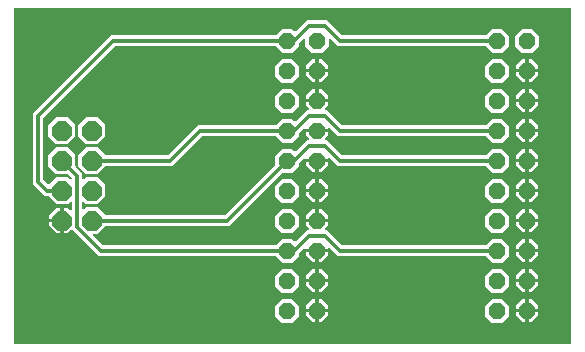
<source format=gbr>
G04 EAGLE Gerber RS-274X export*
G75*
%MOMM*%
%FSLAX34Y34*%
%LPD*%
%INTop Copper*%
%IPPOS*%
%AMOC8*
5,1,8,0,0,1.08239X$1,22.5*%
G01*
%ADD10P,1.814519X8X112.500000*%
%ADD11P,1.539592X8X292.500000*%
%ADD12C,0.304800*%

G36*
X531898Y251464D02*
X531898Y251464D01*
X531917Y251462D01*
X532019Y251484D01*
X532121Y251500D01*
X532138Y251510D01*
X532158Y251514D01*
X532247Y251567D01*
X532338Y251616D01*
X532352Y251630D01*
X532369Y251640D01*
X532436Y251719D01*
X532508Y251794D01*
X532516Y251812D01*
X532529Y251827D01*
X532568Y251923D01*
X532611Y252017D01*
X532613Y252037D01*
X532621Y252055D01*
X532639Y252222D01*
X532639Y535078D01*
X532636Y535098D01*
X532638Y535117D01*
X532616Y535219D01*
X532600Y535321D01*
X532590Y535338D01*
X532586Y535358D01*
X532533Y535447D01*
X532484Y535538D01*
X532470Y535552D01*
X532460Y535569D01*
X532381Y535636D01*
X532306Y535708D01*
X532288Y535716D01*
X532273Y535729D01*
X532177Y535768D01*
X532083Y535811D01*
X532063Y535813D01*
X532045Y535821D01*
X531878Y535839D01*
X61722Y535839D01*
X61702Y535836D01*
X61683Y535838D01*
X61581Y535816D01*
X61479Y535800D01*
X61462Y535790D01*
X61442Y535786D01*
X61353Y535733D01*
X61262Y535684D01*
X61248Y535670D01*
X61231Y535660D01*
X61164Y535581D01*
X61092Y535506D01*
X61084Y535488D01*
X61071Y535473D01*
X61032Y535377D01*
X60989Y535283D01*
X60987Y535263D01*
X60979Y535245D01*
X60961Y535078D01*
X60961Y252222D01*
X60964Y252202D01*
X60962Y252183D01*
X60984Y252081D01*
X61000Y251979D01*
X61010Y251962D01*
X61014Y251942D01*
X61067Y251853D01*
X61116Y251762D01*
X61130Y251748D01*
X61140Y251731D01*
X61219Y251664D01*
X61294Y251592D01*
X61312Y251584D01*
X61327Y251571D01*
X61423Y251532D01*
X61517Y251489D01*
X61537Y251487D01*
X61555Y251479D01*
X61722Y251461D01*
X531878Y251461D01*
X531898Y251464D01*
G37*
%LPC*%
G36*
X287891Y320039D02*
X287891Y320039D01*
X282526Y325404D01*
X282452Y325457D01*
X282383Y325517D01*
X282353Y325529D01*
X282327Y325548D01*
X282240Y325575D01*
X282155Y325609D01*
X282114Y325613D01*
X282091Y325620D01*
X282059Y325619D01*
X281988Y325627D01*
X132726Y325627D01*
X110438Y347915D01*
X110422Y347926D01*
X110410Y347942D01*
X110322Y347998D01*
X110239Y348058D01*
X110220Y348064D01*
X110203Y348075D01*
X110102Y348100D01*
X110004Y348131D01*
X109984Y348130D01*
X109964Y348135D01*
X109861Y348127D01*
X109758Y348124D01*
X109739Y348117D01*
X109719Y348116D01*
X109624Y348076D01*
X109527Y348040D01*
X109511Y348027D01*
X109493Y348020D01*
X109362Y347915D01*
X106124Y344677D01*
X103123Y344677D01*
X103123Y354838D01*
X103120Y354858D01*
X103122Y354877D01*
X103100Y354979D01*
X103083Y355081D01*
X103074Y355098D01*
X103070Y355118D01*
X103017Y355207D01*
X102968Y355298D01*
X102954Y355312D01*
X102944Y355329D01*
X102865Y355396D01*
X102790Y355467D01*
X102772Y355476D01*
X102757Y355489D01*
X102661Y355527D01*
X102567Y355571D01*
X102547Y355573D01*
X102529Y355581D01*
X102362Y355599D01*
X101599Y355599D01*
X101599Y355601D01*
X102362Y355601D01*
X102382Y355604D01*
X102401Y355602D01*
X102503Y355624D01*
X102605Y355641D01*
X102622Y355650D01*
X102642Y355654D01*
X102731Y355707D01*
X102822Y355756D01*
X102836Y355770D01*
X102853Y355780D01*
X102920Y355859D01*
X102991Y355934D01*
X103000Y355952D01*
X103013Y355967D01*
X103052Y356063D01*
X103095Y356157D01*
X103097Y356177D01*
X103105Y356195D01*
X103123Y356362D01*
X103123Y366523D01*
X106124Y366523D01*
X108428Y364219D01*
X108486Y364177D01*
X108538Y364128D01*
X108585Y364106D01*
X108627Y364076D01*
X108696Y364055D01*
X108761Y364024D01*
X108813Y364019D01*
X108863Y364003D01*
X108934Y364005D01*
X109005Y363997D01*
X109056Y364008D01*
X109108Y364010D01*
X109176Y364034D01*
X109246Y364050D01*
X109291Y364076D01*
X109339Y364094D01*
X109395Y364139D01*
X109457Y364176D01*
X109491Y364215D01*
X109531Y364248D01*
X109570Y364308D01*
X109617Y364363D01*
X109636Y364411D01*
X109664Y364455D01*
X109682Y364524D01*
X109709Y364591D01*
X109717Y364662D01*
X109725Y364693D01*
X109723Y364717D01*
X109727Y364758D01*
X109727Y371124D01*
X109716Y371195D01*
X109714Y371266D01*
X109696Y371315D01*
X109688Y371367D01*
X109654Y371430D01*
X109629Y371497D01*
X109597Y371538D01*
X109572Y371584D01*
X109520Y371633D01*
X109476Y371689D01*
X109432Y371718D01*
X109394Y371753D01*
X109329Y371784D01*
X109269Y371822D01*
X109218Y371835D01*
X109171Y371857D01*
X109100Y371865D01*
X109030Y371883D01*
X108978Y371878D01*
X108927Y371884D01*
X108856Y371869D01*
X108785Y371863D01*
X108737Y371843D01*
X108686Y371832D01*
X108625Y371795D01*
X108559Y371767D01*
X108503Y371722D01*
X108475Y371706D01*
X108460Y371688D01*
X108428Y371662D01*
X106335Y369569D01*
X96865Y369569D01*
X90230Y376204D01*
X90156Y376257D01*
X90087Y376317D01*
X90057Y376329D01*
X90031Y376348D01*
X89943Y376375D01*
X89859Y376409D01*
X89818Y376413D01*
X89795Y376420D01*
X89763Y376419D01*
X89692Y376427D01*
X87006Y376427D01*
X76707Y386726D01*
X76707Y446394D01*
X142886Y512573D01*
X281988Y512573D01*
X282078Y512587D01*
X282169Y512595D01*
X282199Y512607D01*
X282231Y512612D01*
X282311Y512655D01*
X282395Y512691D01*
X282427Y512717D01*
X282448Y512728D01*
X282470Y512751D01*
X282526Y512796D01*
X287891Y518161D01*
X296309Y518161D01*
X298489Y515981D01*
X298505Y515969D01*
X298517Y515953D01*
X298605Y515897D01*
X298689Y515837D01*
X298708Y515831D01*
X298724Y515820D01*
X298825Y515795D01*
X298924Y515765D01*
X298944Y515765D01*
X298963Y515760D01*
X299066Y515768D01*
X299169Y515771D01*
X299188Y515778D01*
X299208Y515779D01*
X299303Y515820D01*
X299401Y515856D01*
X299416Y515868D01*
X299434Y515876D01*
X299565Y515981D01*
X308857Y525273D01*
X326143Y525273D01*
X338620Y512796D01*
X338694Y512743D01*
X338763Y512683D01*
X338793Y512671D01*
X338819Y512652D01*
X338906Y512625D01*
X338991Y512591D01*
X339032Y512587D01*
X339054Y512580D01*
X339087Y512581D01*
X339158Y512573D01*
X459788Y512573D01*
X459878Y512587D01*
X459969Y512595D01*
X459999Y512607D01*
X460031Y512612D01*
X460111Y512655D01*
X460195Y512691D01*
X460227Y512717D01*
X460248Y512728D01*
X460270Y512751D01*
X460326Y512796D01*
X465691Y518161D01*
X474109Y518161D01*
X480061Y512209D01*
X480061Y503791D01*
X474109Y497839D01*
X465691Y497839D01*
X460326Y503204D01*
X460252Y503257D01*
X460183Y503317D01*
X460153Y503329D01*
X460127Y503348D01*
X460040Y503375D01*
X459955Y503409D01*
X459914Y503413D01*
X459891Y503420D01*
X459859Y503419D01*
X459788Y503427D01*
X335054Y503427D01*
X328960Y509521D01*
X328902Y509563D01*
X328850Y509613D01*
X328803Y509635D01*
X328761Y509665D01*
X328692Y509686D01*
X328627Y509716D01*
X328575Y509722D01*
X328525Y509737D01*
X328454Y509735D01*
X328383Y509743D01*
X328332Y509732D01*
X328280Y509731D01*
X328212Y509706D01*
X328142Y509691D01*
X328097Y509664D01*
X328049Y509646D01*
X327993Y509602D01*
X327931Y509565D01*
X327897Y509525D01*
X327857Y509493D01*
X327818Y509432D01*
X327771Y509378D01*
X327752Y509330D01*
X327724Y509286D01*
X327706Y509216D01*
X327679Y509150D01*
X327671Y509078D01*
X327663Y509047D01*
X327665Y509024D01*
X327661Y508983D01*
X327661Y503791D01*
X321709Y497839D01*
X313291Y497839D01*
X307339Y503791D01*
X307339Y508983D01*
X307328Y509054D01*
X307326Y509126D01*
X307308Y509174D01*
X307300Y509226D01*
X307266Y509289D01*
X307241Y509357D01*
X307209Y509397D01*
X307184Y509443D01*
X307132Y509493D01*
X307088Y509549D01*
X307044Y509577D01*
X307006Y509613D01*
X306941Y509643D01*
X306881Y509682D01*
X306830Y509694D01*
X306783Y509716D01*
X306712Y509724D01*
X306642Y509742D01*
X306590Y509738D01*
X306539Y509743D01*
X306468Y509728D01*
X306397Y509722D01*
X306349Y509702D01*
X306298Y509691D01*
X306237Y509654D01*
X306171Y509626D01*
X306115Y509581D01*
X306087Y509565D01*
X306072Y509547D01*
X306040Y509521D01*
X302484Y505965D01*
X302431Y505891D01*
X302371Y505822D01*
X302359Y505792D01*
X302340Y505766D01*
X302313Y505678D01*
X302279Y505594D01*
X302275Y505553D01*
X302268Y505530D01*
X302269Y505498D01*
X302261Y505427D01*
X302261Y503791D01*
X296309Y497839D01*
X287891Y497839D01*
X282526Y503204D01*
X282452Y503257D01*
X282383Y503317D01*
X282353Y503329D01*
X282327Y503348D01*
X282240Y503375D01*
X282155Y503409D01*
X282114Y503413D01*
X282091Y503420D01*
X282059Y503419D01*
X281988Y503427D01*
X146989Y503427D01*
X146899Y503413D01*
X146808Y503405D01*
X146779Y503393D01*
X146747Y503388D01*
X146666Y503345D01*
X146582Y503309D01*
X146550Y503283D01*
X146529Y503272D01*
X146507Y503249D01*
X146451Y503204D01*
X86076Y442829D01*
X86023Y442755D01*
X85963Y442685D01*
X85951Y442655D01*
X85932Y442629D01*
X85905Y442542D01*
X85871Y442457D01*
X85867Y442416D01*
X85860Y442394D01*
X85861Y442362D01*
X85853Y442291D01*
X85853Y390829D01*
X85867Y390739D01*
X85875Y390648D01*
X85887Y390619D01*
X85892Y390587D01*
X85935Y390506D01*
X85971Y390422D01*
X85997Y390390D01*
X86008Y390369D01*
X86031Y390347D01*
X86076Y390291D01*
X89862Y386504D01*
X89879Y386493D01*
X89891Y386477D01*
X89978Y386421D01*
X90062Y386361D01*
X90081Y386355D01*
X90098Y386344D01*
X90198Y386319D01*
X90297Y386289D01*
X90317Y386289D01*
X90336Y386284D01*
X90439Y386292D01*
X90543Y386295D01*
X90562Y386302D01*
X90582Y386303D01*
X90677Y386344D01*
X90774Y386379D01*
X90790Y386392D01*
X90808Y386400D01*
X90939Y386504D01*
X96865Y392431D01*
X106335Y392431D01*
X108428Y390338D01*
X108486Y390296D01*
X108538Y390247D01*
X108585Y390225D01*
X108627Y390194D01*
X108696Y390173D01*
X108761Y390143D01*
X108813Y390137D01*
X108863Y390122D01*
X108934Y390124D01*
X109005Y390116D01*
X109056Y390127D01*
X109108Y390128D01*
X109176Y390153D01*
X109246Y390168D01*
X109291Y390195D01*
X109339Y390213D01*
X109395Y390258D01*
X109457Y390294D01*
X109491Y390334D01*
X109531Y390366D01*
X109570Y390427D01*
X109617Y390481D01*
X109636Y390529D01*
X109664Y390573D01*
X109682Y390643D01*
X109709Y390709D01*
X109717Y390781D01*
X109725Y390812D01*
X109723Y390835D01*
X109727Y390876D01*
X109727Y391491D01*
X109713Y391581D01*
X109705Y391672D01*
X109693Y391701D01*
X109688Y391733D01*
X109645Y391814D01*
X109609Y391898D01*
X109583Y391930D01*
X109572Y391951D01*
X109549Y391973D01*
X109504Y392029D01*
X106787Y394746D01*
X106713Y394799D01*
X106643Y394859D01*
X106613Y394871D01*
X106587Y394890D01*
X106500Y394917D01*
X106415Y394951D01*
X106374Y394955D01*
X106352Y394962D01*
X106320Y394961D01*
X106249Y394969D01*
X96865Y394969D01*
X90169Y401665D01*
X90169Y411135D01*
X96865Y417831D01*
X106335Y417831D01*
X113031Y411135D01*
X113031Y401751D01*
X113045Y401661D01*
X113053Y401570D01*
X113065Y401541D01*
X113070Y401509D01*
X113113Y401428D01*
X113149Y401344D01*
X113175Y401312D01*
X113186Y401291D01*
X113209Y401269D01*
X113254Y401213D01*
X118873Y395594D01*
X118873Y390876D01*
X118884Y390805D01*
X118886Y390734D01*
X118904Y390685D01*
X118912Y390633D01*
X118946Y390570D01*
X118971Y390503D01*
X119003Y390462D01*
X119028Y390416D01*
X119080Y390367D01*
X119124Y390311D01*
X119168Y390282D01*
X119206Y390247D01*
X119271Y390216D01*
X119331Y390178D01*
X119382Y390165D01*
X119429Y390143D01*
X119500Y390135D01*
X119570Y390117D01*
X119622Y390122D01*
X119673Y390116D01*
X119744Y390131D01*
X119815Y390137D01*
X119863Y390157D01*
X119914Y390168D01*
X119975Y390205D01*
X120041Y390233D01*
X120097Y390278D01*
X120125Y390294D01*
X120140Y390312D01*
X120172Y390338D01*
X122265Y392431D01*
X131735Y392431D01*
X138431Y385735D01*
X138431Y376265D01*
X131735Y369569D01*
X122265Y369569D01*
X120172Y371662D01*
X120114Y371704D01*
X120062Y371753D01*
X120015Y371775D01*
X119973Y371806D01*
X119904Y371827D01*
X119839Y371857D01*
X119787Y371863D01*
X119737Y371878D01*
X119666Y371876D01*
X119595Y371884D01*
X119544Y371873D01*
X119492Y371872D01*
X119424Y371847D01*
X119354Y371832D01*
X119309Y371805D01*
X119261Y371787D01*
X119205Y371742D01*
X119143Y371706D01*
X119109Y371666D01*
X119069Y371634D01*
X119030Y371573D01*
X118983Y371519D01*
X118964Y371471D01*
X118936Y371427D01*
X118918Y371357D01*
X118891Y371291D01*
X118883Y371219D01*
X118875Y371188D01*
X118877Y371165D01*
X118873Y371124D01*
X118873Y365476D01*
X118884Y365405D01*
X118886Y365334D01*
X118904Y365285D01*
X118912Y365233D01*
X118946Y365170D01*
X118971Y365103D01*
X119003Y365062D01*
X119028Y365016D01*
X119080Y364967D01*
X119124Y364911D01*
X119168Y364882D01*
X119206Y364847D01*
X119271Y364816D01*
X119331Y364778D01*
X119382Y364765D01*
X119429Y364743D01*
X119500Y364735D01*
X119570Y364717D01*
X119622Y364722D01*
X119673Y364716D01*
X119744Y364731D01*
X119815Y364737D01*
X119863Y364757D01*
X119914Y364768D01*
X119975Y364805D01*
X120041Y364833D01*
X120097Y364878D01*
X120125Y364894D01*
X120140Y364912D01*
X120172Y364938D01*
X122265Y367031D01*
X131735Y367031D01*
X138370Y360396D01*
X138444Y360343D01*
X138513Y360283D01*
X138543Y360271D01*
X138570Y360252D01*
X138656Y360225D01*
X138741Y360191D01*
X138782Y360187D01*
X138805Y360180D01*
X138837Y360181D01*
X138908Y360173D01*
X239091Y360173D01*
X239181Y360187D01*
X239272Y360195D01*
X239301Y360207D01*
X239333Y360212D01*
X239414Y360255D01*
X239498Y360291D01*
X239530Y360317D01*
X239551Y360328D01*
X239573Y360351D01*
X239629Y360396D01*
X281716Y402483D01*
X281769Y402557D01*
X281829Y402627D01*
X281841Y402657D01*
X281860Y402683D01*
X281887Y402770D01*
X281921Y402855D01*
X281925Y402896D01*
X281932Y402918D01*
X281931Y402950D01*
X281939Y403021D01*
X281939Y410609D01*
X287891Y416561D01*
X296309Y416561D01*
X298489Y414381D01*
X298505Y414369D01*
X298517Y414353D01*
X298605Y414297D01*
X298689Y414237D01*
X298708Y414231D01*
X298724Y414220D01*
X298825Y414195D01*
X298924Y414165D01*
X298944Y414165D01*
X298963Y414160D01*
X299066Y414168D01*
X299169Y414171D01*
X299188Y414178D01*
X299208Y414179D01*
X299303Y414220D01*
X299401Y414256D01*
X299416Y414268D01*
X299434Y414276D01*
X299565Y414381D01*
X308857Y423673D01*
X310138Y423673D01*
X310209Y423684D01*
X310281Y423686D01*
X310330Y423704D01*
X310381Y423712D01*
X310445Y423746D01*
X310512Y423771D01*
X310553Y423803D01*
X310599Y423828D01*
X310648Y423880D01*
X310704Y423924D01*
X310732Y423968D01*
X310768Y424006D01*
X310798Y424071D01*
X310837Y424131D01*
X310850Y424182D01*
X310872Y424229D01*
X310879Y424300D01*
X310897Y424370D01*
X310893Y424422D01*
X310899Y424473D01*
X310883Y424544D01*
X310878Y424615D01*
X310858Y424663D01*
X310846Y424714D01*
X310810Y424775D01*
X310782Y424841D01*
X310737Y424897D01*
X310720Y424925D01*
X310702Y424940D01*
X310677Y424972D01*
X307847Y427802D01*
X307847Y430277D01*
X316738Y430277D01*
X316758Y430280D01*
X316777Y430278D01*
X316879Y430300D01*
X316981Y430317D01*
X316998Y430326D01*
X317018Y430330D01*
X317107Y430383D01*
X317198Y430432D01*
X317212Y430446D01*
X317229Y430456D01*
X317296Y430535D01*
X317367Y430610D01*
X317376Y430628D01*
X317389Y430643D01*
X317427Y430739D01*
X317471Y430833D01*
X317473Y430853D01*
X317481Y430871D01*
X317499Y431038D01*
X317499Y432562D01*
X317496Y432582D01*
X317498Y432601D01*
X317476Y432703D01*
X317459Y432805D01*
X317450Y432822D01*
X317446Y432842D01*
X317393Y432931D01*
X317344Y433022D01*
X317330Y433036D01*
X317320Y433053D01*
X317241Y433120D01*
X317166Y433191D01*
X317148Y433200D01*
X317133Y433213D01*
X317037Y433252D01*
X316943Y433295D01*
X316923Y433297D01*
X316905Y433305D01*
X316738Y433323D01*
X307842Y433323D01*
X307836Y433362D01*
X307834Y433433D01*
X307816Y433482D01*
X307807Y433534D01*
X307774Y433597D01*
X307749Y433664D01*
X307717Y433705D01*
X307692Y433751D01*
X307641Y433800D01*
X307596Y433857D01*
X307552Y433885D01*
X307514Y433921D01*
X307449Y433951D01*
X307389Y433990D01*
X307338Y434002D01*
X307291Y434024D01*
X307220Y434032D01*
X307150Y434050D01*
X307098Y434046D01*
X307047Y434051D01*
X306976Y434036D01*
X306905Y434030D01*
X306857Y434010D01*
X306806Y433999D01*
X306745Y433962D01*
X306679Y433934D01*
X306623Y433889D01*
X306595Y433873D01*
X306580Y433855D01*
X306548Y433829D01*
X302484Y429765D01*
X302431Y429691D01*
X302371Y429622D01*
X302359Y429592D01*
X302340Y429566D01*
X302313Y429479D01*
X302279Y429394D01*
X302275Y429353D01*
X302268Y429331D01*
X302269Y429298D01*
X302261Y429227D01*
X302261Y427591D01*
X296309Y421639D01*
X287891Y421639D01*
X282526Y427004D01*
X282452Y427057D01*
X282383Y427117D01*
X282353Y427129D01*
X282327Y427148D01*
X282240Y427175D01*
X282155Y427209D01*
X282114Y427213D01*
X282091Y427220D01*
X282059Y427219D01*
X281988Y427227D01*
X220649Y427227D01*
X220559Y427213D01*
X220468Y427205D01*
X220439Y427193D01*
X220407Y427188D01*
X220326Y427145D01*
X220242Y427109D01*
X220210Y427083D01*
X220189Y427072D01*
X220167Y427049D01*
X220111Y427004D01*
X194934Y401827D01*
X138908Y401827D01*
X138818Y401813D01*
X138727Y401805D01*
X138697Y401793D01*
X138665Y401788D01*
X138585Y401745D01*
X138501Y401709D01*
X138469Y401683D01*
X138448Y401672D01*
X138426Y401649D01*
X138370Y401604D01*
X131735Y394969D01*
X122265Y394969D01*
X115569Y401665D01*
X115569Y411135D01*
X122265Y417831D01*
X131735Y417831D01*
X138370Y411196D01*
X138444Y411143D01*
X138513Y411083D01*
X138543Y411071D01*
X138570Y411052D01*
X138656Y411025D01*
X138741Y410991D01*
X138782Y410987D01*
X138805Y410980D01*
X138837Y410981D01*
X138908Y410973D01*
X190831Y410973D01*
X190921Y410987D01*
X191012Y410995D01*
X191041Y411007D01*
X191073Y411012D01*
X191154Y411055D01*
X191238Y411091D01*
X191270Y411117D01*
X191291Y411128D01*
X191313Y411151D01*
X191369Y411196D01*
X216546Y436373D01*
X281988Y436373D01*
X282078Y436387D01*
X282169Y436395D01*
X282199Y436407D01*
X282231Y436412D01*
X282311Y436455D01*
X282395Y436491D01*
X282427Y436517D01*
X282448Y436528D01*
X282470Y436551D01*
X282526Y436596D01*
X287891Y441961D01*
X296309Y441961D01*
X298489Y439781D01*
X298505Y439769D01*
X298517Y439753D01*
X298605Y439697D01*
X298689Y439637D01*
X298708Y439631D01*
X298724Y439620D01*
X298825Y439595D01*
X298924Y439565D01*
X298944Y439565D01*
X298963Y439560D01*
X299066Y439568D01*
X299169Y439571D01*
X299188Y439578D01*
X299208Y439579D01*
X299303Y439620D01*
X299401Y439656D01*
X299416Y439668D01*
X299434Y439676D01*
X299565Y439781D01*
X308857Y449073D01*
X310138Y449073D01*
X310209Y449084D01*
X310281Y449086D01*
X310330Y449104D01*
X310381Y449112D01*
X310445Y449146D01*
X310512Y449171D01*
X310553Y449203D01*
X310599Y449228D01*
X310648Y449280D01*
X310704Y449324D01*
X310732Y449368D01*
X310768Y449406D01*
X310798Y449471D01*
X310837Y449531D01*
X310850Y449582D01*
X310872Y449629D01*
X310879Y449700D01*
X310897Y449770D01*
X310893Y449822D01*
X310899Y449873D01*
X310883Y449944D01*
X310878Y450015D01*
X310858Y450063D01*
X310846Y450114D01*
X310810Y450175D01*
X310782Y450241D01*
X310737Y450297D01*
X310720Y450325D01*
X310702Y450340D01*
X310677Y450372D01*
X307847Y453202D01*
X307847Y455677D01*
X316738Y455677D01*
X316758Y455680D01*
X316777Y455678D01*
X316879Y455700D01*
X316981Y455717D01*
X316998Y455726D01*
X317018Y455730D01*
X317107Y455783D01*
X317198Y455832D01*
X317212Y455846D01*
X317229Y455856D01*
X317296Y455935D01*
X317367Y456010D01*
X317376Y456028D01*
X317389Y456043D01*
X317427Y456139D01*
X317471Y456233D01*
X317473Y456253D01*
X317481Y456271D01*
X317499Y456438D01*
X317499Y457201D01*
X317501Y457201D01*
X317501Y456438D01*
X317504Y456418D01*
X317502Y456399D01*
X317524Y456297D01*
X317541Y456195D01*
X317550Y456178D01*
X317554Y456158D01*
X317607Y456069D01*
X317656Y455978D01*
X317670Y455964D01*
X317680Y455947D01*
X317759Y455880D01*
X317834Y455809D01*
X317852Y455800D01*
X317867Y455787D01*
X317963Y455748D01*
X318057Y455705D01*
X318077Y455703D01*
X318095Y455695D01*
X318262Y455677D01*
X327153Y455677D01*
X327153Y453202D01*
X324323Y450372D01*
X324281Y450314D01*
X324232Y450262D01*
X324210Y450215D01*
X324180Y450173D01*
X324159Y450104D01*
X324128Y450039D01*
X324123Y449987D01*
X324107Y449937D01*
X324109Y449866D01*
X324101Y449795D01*
X324112Y449744D01*
X324114Y449692D01*
X324138Y449624D01*
X324154Y449554D01*
X324180Y449509D01*
X324198Y449461D01*
X324243Y449405D01*
X324280Y449343D01*
X324319Y449309D01*
X324352Y449269D01*
X324412Y449230D01*
X324467Y449183D01*
X324515Y449164D01*
X324559Y449136D01*
X324628Y449118D01*
X324695Y449091D01*
X324766Y449083D01*
X324797Y449075D01*
X324821Y449077D01*
X324862Y449073D01*
X326143Y449073D01*
X338620Y436596D01*
X338694Y436543D01*
X338763Y436483D01*
X338793Y436471D01*
X338819Y436452D01*
X338906Y436425D01*
X338991Y436391D01*
X339032Y436387D01*
X339054Y436380D01*
X339087Y436381D01*
X339158Y436373D01*
X459788Y436373D01*
X459878Y436387D01*
X459969Y436395D01*
X459999Y436407D01*
X460031Y436412D01*
X460111Y436455D01*
X460195Y436491D01*
X460227Y436517D01*
X460248Y436528D01*
X460270Y436551D01*
X460326Y436596D01*
X465691Y441961D01*
X474109Y441961D01*
X480061Y436009D01*
X480061Y427591D01*
X474109Y421639D01*
X465691Y421639D01*
X460326Y427004D01*
X460252Y427057D01*
X460183Y427117D01*
X460153Y427129D01*
X460127Y427148D01*
X460040Y427175D01*
X459955Y427209D01*
X459914Y427213D01*
X459891Y427220D01*
X459859Y427219D01*
X459788Y427227D01*
X335054Y427227D01*
X328452Y433829D01*
X328394Y433871D01*
X328342Y433921D01*
X328295Y433943D01*
X328253Y433973D01*
X328184Y433994D01*
X328119Y434024D01*
X328067Y434030D01*
X328017Y434045D01*
X327946Y434043D01*
X327874Y434051D01*
X327824Y434040D01*
X327772Y434039D01*
X327704Y434014D01*
X327634Y433999D01*
X327589Y433972D01*
X327541Y433954D01*
X327484Y433910D01*
X327423Y433873D01*
X327389Y433833D01*
X327348Y433801D01*
X327310Y433740D01*
X327263Y433686D01*
X327244Y433638D01*
X327215Y433594D01*
X327198Y433524D01*
X327171Y433458D01*
X327163Y433386D01*
X327155Y433355D01*
X327157Y433332D01*
X327156Y433323D01*
X318262Y433323D01*
X318242Y433320D01*
X318223Y433322D01*
X318121Y433300D01*
X318019Y433283D01*
X318002Y433274D01*
X317982Y433270D01*
X317893Y433217D01*
X317802Y433168D01*
X317788Y433154D01*
X317771Y433144D01*
X317704Y433065D01*
X317633Y432990D01*
X317624Y432972D01*
X317611Y432957D01*
X317573Y432861D01*
X317529Y432767D01*
X317527Y432747D01*
X317519Y432729D01*
X317501Y432562D01*
X317501Y431038D01*
X317504Y431018D01*
X317502Y430999D01*
X317524Y430897D01*
X317541Y430795D01*
X317550Y430778D01*
X317554Y430758D01*
X317607Y430669D01*
X317656Y430578D01*
X317670Y430564D01*
X317680Y430547D01*
X317759Y430480D01*
X317834Y430409D01*
X317852Y430400D01*
X317867Y430387D01*
X317963Y430348D01*
X318057Y430305D01*
X318077Y430303D01*
X318095Y430295D01*
X318262Y430277D01*
X327153Y430277D01*
X327153Y427802D01*
X324323Y424972D01*
X324281Y424914D01*
X324232Y424862D01*
X324210Y424815D01*
X324180Y424773D01*
X324159Y424704D01*
X324128Y424639D01*
X324123Y424587D01*
X324107Y424537D01*
X324109Y424466D01*
X324101Y424395D01*
X324112Y424344D01*
X324114Y424292D01*
X324138Y424224D01*
X324154Y424154D01*
X324180Y424109D01*
X324198Y424061D01*
X324243Y424005D01*
X324280Y423943D01*
X324319Y423909D01*
X324352Y423869D01*
X324412Y423830D01*
X324467Y423783D01*
X324515Y423764D01*
X324559Y423736D01*
X324628Y423718D01*
X324695Y423691D01*
X324766Y423683D01*
X324797Y423675D01*
X324821Y423677D01*
X324862Y423673D01*
X326143Y423673D01*
X338620Y411196D01*
X338694Y411143D01*
X338763Y411083D01*
X338793Y411071D01*
X338819Y411052D01*
X338906Y411025D01*
X338991Y410991D01*
X339032Y410987D01*
X339054Y410980D01*
X339087Y410981D01*
X339158Y410973D01*
X459788Y410973D01*
X459878Y410987D01*
X459969Y410995D01*
X459999Y411007D01*
X460031Y411012D01*
X460111Y411055D01*
X460195Y411091D01*
X460227Y411117D01*
X460248Y411128D01*
X460270Y411151D01*
X460326Y411196D01*
X465691Y416561D01*
X474109Y416561D01*
X480061Y410609D01*
X480061Y402191D01*
X474109Y396239D01*
X465691Y396239D01*
X460326Y401604D01*
X460252Y401657D01*
X460183Y401717D01*
X460153Y401729D01*
X460127Y401748D01*
X460040Y401775D01*
X459955Y401809D01*
X459914Y401813D01*
X459891Y401820D01*
X459859Y401819D01*
X459788Y401827D01*
X335054Y401827D01*
X328452Y408429D01*
X328394Y408471D01*
X328342Y408521D01*
X328295Y408543D01*
X328253Y408573D01*
X328184Y408594D01*
X328119Y408624D01*
X328067Y408630D01*
X328017Y408645D01*
X327946Y408643D01*
X327874Y408651D01*
X327824Y408640D01*
X327772Y408639D01*
X327704Y408614D01*
X327634Y408599D01*
X327589Y408572D01*
X327541Y408554D01*
X327484Y408510D01*
X327423Y408473D01*
X327389Y408433D01*
X327348Y408401D01*
X327310Y408340D01*
X327263Y408286D01*
X327244Y408238D01*
X327215Y408194D01*
X327198Y408124D01*
X327171Y408058D01*
X327163Y407986D01*
X327155Y407955D01*
X327157Y407932D01*
X327156Y407923D01*
X318262Y407923D01*
X318242Y407920D01*
X318223Y407922D01*
X318121Y407900D01*
X318019Y407883D01*
X318002Y407874D01*
X317982Y407870D01*
X317893Y407817D01*
X317802Y407768D01*
X317788Y407754D01*
X317771Y407744D01*
X317704Y407665D01*
X317633Y407590D01*
X317624Y407572D01*
X317611Y407557D01*
X317573Y407461D01*
X317529Y407367D01*
X317527Y407347D01*
X317519Y407329D01*
X317501Y407162D01*
X317501Y406399D01*
X317499Y406399D01*
X317499Y407162D01*
X317496Y407182D01*
X317498Y407201D01*
X317476Y407303D01*
X317459Y407405D01*
X317450Y407422D01*
X317446Y407442D01*
X317393Y407531D01*
X317344Y407622D01*
X317330Y407636D01*
X317320Y407653D01*
X317241Y407720D01*
X317166Y407791D01*
X317148Y407800D01*
X317133Y407813D01*
X317037Y407852D01*
X316943Y407895D01*
X316923Y407897D01*
X316905Y407905D01*
X316738Y407923D01*
X307842Y407923D01*
X307836Y407962D01*
X307834Y408034D01*
X307816Y408082D01*
X307808Y408134D01*
X307774Y408197D01*
X307749Y408265D01*
X307717Y408305D01*
X307692Y408351D01*
X307641Y408400D01*
X307596Y408457D01*
X307552Y408485D01*
X307514Y408521D01*
X307449Y408551D01*
X307389Y408590D01*
X307338Y408602D01*
X307291Y408624D01*
X307220Y408632D01*
X307150Y408650D01*
X307098Y408646D01*
X307047Y408651D01*
X306976Y408636D01*
X306905Y408630D01*
X306857Y408610D01*
X306806Y408599D01*
X306745Y408562D01*
X306679Y408534D01*
X306623Y408490D01*
X306595Y408473D01*
X306580Y408455D01*
X306548Y408429D01*
X302484Y404365D01*
X302431Y404291D01*
X302371Y404222D01*
X302359Y404192D01*
X302340Y404166D01*
X302313Y404079D01*
X302279Y403994D01*
X302275Y403953D01*
X302268Y403931D01*
X302269Y403898D01*
X302261Y403827D01*
X302261Y402191D01*
X296309Y396239D01*
X288721Y396239D01*
X288631Y396225D01*
X288540Y396217D01*
X288511Y396205D01*
X288479Y396200D01*
X288398Y396157D01*
X288314Y396121D01*
X288282Y396095D01*
X288261Y396084D01*
X288239Y396061D01*
X288183Y396016D01*
X246096Y353929D01*
X243194Y351027D01*
X138908Y351027D01*
X138818Y351013D01*
X138727Y351005D01*
X138697Y350993D01*
X138665Y350988D01*
X138585Y350945D01*
X138501Y350909D01*
X138469Y350883D01*
X138448Y350872D01*
X138426Y350849D01*
X138370Y350804D01*
X131735Y344169D01*
X128955Y344169D01*
X128885Y344158D01*
X128813Y344156D01*
X128764Y344138D01*
X128713Y344130D01*
X128649Y344096D01*
X128582Y344071D01*
X128541Y344039D01*
X128495Y344014D01*
X128446Y343962D01*
X128390Y343918D01*
X128362Y343874D01*
X128326Y343836D01*
X128296Y343771D01*
X128257Y343711D01*
X128244Y343660D01*
X128222Y343613D01*
X128214Y343542D01*
X128197Y343472D01*
X128201Y343420D01*
X128195Y343369D01*
X128210Y343298D01*
X128216Y343227D01*
X128236Y343179D01*
X128247Y343128D01*
X128284Y343067D01*
X128312Y343001D01*
X128357Y342945D01*
X128374Y342917D01*
X128391Y342902D01*
X128417Y342870D01*
X136291Y334996D01*
X136365Y334943D01*
X136435Y334883D01*
X136465Y334871D01*
X136491Y334852D01*
X136578Y334825D01*
X136663Y334791D01*
X136704Y334787D01*
X136726Y334780D01*
X136758Y334781D01*
X136829Y334773D01*
X281988Y334773D01*
X282078Y334787D01*
X282169Y334795D01*
X282199Y334807D01*
X282231Y334812D01*
X282311Y334855D01*
X282395Y334891D01*
X282427Y334917D01*
X282448Y334928D01*
X282470Y334951D01*
X282526Y334996D01*
X287891Y340361D01*
X296309Y340361D01*
X298489Y338181D01*
X298505Y338169D01*
X298517Y338153D01*
X298605Y338097D01*
X298689Y338037D01*
X298708Y338031D01*
X298724Y338020D01*
X298825Y337995D01*
X298924Y337965D01*
X298944Y337965D01*
X298963Y337960D01*
X299066Y337968D01*
X299169Y337971D01*
X299188Y337978D01*
X299208Y337979D01*
X299303Y338020D01*
X299401Y338056D01*
X299416Y338068D01*
X299434Y338076D01*
X299565Y338181D01*
X305956Y344571D01*
X308857Y347473D01*
X310138Y347473D01*
X310209Y347484D01*
X310281Y347486D01*
X310330Y347504D01*
X310381Y347512D01*
X310445Y347546D01*
X310512Y347571D01*
X310553Y347603D01*
X310599Y347628D01*
X310648Y347680D01*
X310704Y347724D01*
X310732Y347768D01*
X310768Y347806D01*
X310798Y347871D01*
X310837Y347931D01*
X310850Y347982D01*
X310872Y348029D01*
X310879Y348100D01*
X310897Y348170D01*
X310893Y348222D01*
X310899Y348273D01*
X310883Y348344D01*
X310878Y348415D01*
X310858Y348463D01*
X310846Y348514D01*
X310810Y348575D01*
X310782Y348641D01*
X310737Y348697D01*
X310720Y348725D01*
X310702Y348740D01*
X310677Y348772D01*
X307847Y351602D01*
X307847Y354077D01*
X316738Y354077D01*
X316758Y354080D01*
X316777Y354078D01*
X316879Y354100D01*
X316981Y354117D01*
X316998Y354126D01*
X317018Y354130D01*
X317107Y354183D01*
X317198Y354232D01*
X317212Y354246D01*
X317229Y354256D01*
X317296Y354335D01*
X317367Y354410D01*
X317376Y354428D01*
X317389Y354443D01*
X317427Y354539D01*
X317471Y354633D01*
X317473Y354653D01*
X317481Y354671D01*
X317499Y354838D01*
X317499Y355601D01*
X317501Y355601D01*
X317501Y354838D01*
X317504Y354818D01*
X317502Y354799D01*
X317524Y354697D01*
X317541Y354595D01*
X317550Y354578D01*
X317554Y354558D01*
X317607Y354469D01*
X317656Y354378D01*
X317670Y354364D01*
X317680Y354347D01*
X317759Y354280D01*
X317834Y354209D01*
X317852Y354200D01*
X317867Y354187D01*
X317963Y354148D01*
X318057Y354105D01*
X318077Y354103D01*
X318095Y354095D01*
X318262Y354077D01*
X327153Y354077D01*
X327153Y351602D01*
X324323Y348772D01*
X324281Y348714D01*
X324232Y348662D01*
X324210Y348615D01*
X324180Y348573D01*
X324159Y348504D01*
X324128Y348439D01*
X324123Y348387D01*
X324107Y348337D01*
X324109Y348266D01*
X324101Y348195D01*
X324112Y348144D01*
X324114Y348092D01*
X324138Y348024D01*
X324154Y347954D01*
X324180Y347909D01*
X324198Y347861D01*
X324243Y347805D01*
X324280Y347743D01*
X324319Y347709D01*
X324352Y347669D01*
X324412Y347630D01*
X324467Y347583D01*
X324515Y347564D01*
X324559Y347536D01*
X324628Y347518D01*
X324695Y347491D01*
X324766Y347483D01*
X324797Y347475D01*
X324821Y347477D01*
X324862Y347473D01*
X326143Y347473D01*
X329044Y344571D01*
X338620Y334996D01*
X338693Y334943D01*
X338763Y334883D01*
X338793Y334871D01*
X338819Y334852D01*
X338906Y334825D01*
X338991Y334791D01*
X339032Y334787D01*
X339054Y334780D01*
X339087Y334781D01*
X339158Y334773D01*
X459788Y334773D01*
X459878Y334787D01*
X459969Y334795D01*
X459999Y334807D01*
X460031Y334812D01*
X460111Y334855D01*
X460195Y334891D01*
X460227Y334917D01*
X460248Y334928D01*
X460270Y334951D01*
X460326Y334996D01*
X465691Y340361D01*
X474109Y340361D01*
X480061Y334409D01*
X480061Y325991D01*
X474109Y320039D01*
X465691Y320039D01*
X460326Y325404D01*
X460252Y325457D01*
X460183Y325517D01*
X460153Y325529D01*
X460127Y325548D01*
X460040Y325575D01*
X459955Y325609D01*
X459914Y325613D01*
X459891Y325620D01*
X459859Y325619D01*
X459788Y325627D01*
X335054Y325627D01*
X332153Y328529D01*
X328452Y332229D01*
X328394Y332271D01*
X328342Y332321D01*
X328295Y332343D01*
X328252Y332373D01*
X328184Y332394D01*
X328119Y332424D01*
X328067Y332430D01*
X328017Y332445D01*
X327946Y332443D01*
X327874Y332451D01*
X327824Y332440D01*
X327772Y332439D01*
X327704Y332414D01*
X327634Y332399D01*
X327589Y332372D01*
X327541Y332354D01*
X327484Y332310D01*
X327423Y332273D01*
X327389Y332233D01*
X327348Y332201D01*
X327310Y332140D01*
X327263Y332086D01*
X327244Y332038D01*
X327215Y331994D01*
X327198Y331924D01*
X327171Y331858D01*
X327163Y331786D01*
X327155Y331755D01*
X327157Y331732D01*
X327156Y331723D01*
X318262Y331723D01*
X318242Y331720D01*
X318223Y331722D01*
X318121Y331700D01*
X318019Y331683D01*
X318002Y331674D01*
X317982Y331670D01*
X317893Y331617D01*
X317802Y331568D01*
X317788Y331554D01*
X317771Y331544D01*
X317704Y331465D01*
X317633Y331390D01*
X317624Y331372D01*
X317611Y331357D01*
X317573Y331261D01*
X317529Y331167D01*
X317527Y331147D01*
X317519Y331129D01*
X317501Y330962D01*
X317501Y330199D01*
X317499Y330199D01*
X317499Y330962D01*
X317496Y330982D01*
X317498Y331001D01*
X317476Y331103D01*
X317459Y331205D01*
X317450Y331222D01*
X317446Y331242D01*
X317393Y331331D01*
X317344Y331422D01*
X317330Y331436D01*
X317320Y331453D01*
X317241Y331520D01*
X317166Y331591D01*
X317148Y331600D01*
X317133Y331613D01*
X317037Y331652D01*
X316943Y331695D01*
X316923Y331697D01*
X316905Y331705D01*
X316738Y331723D01*
X307842Y331723D01*
X307836Y331762D01*
X307834Y331834D01*
X307816Y331882D01*
X307808Y331934D01*
X307774Y331997D01*
X307749Y332065D01*
X307717Y332105D01*
X307692Y332151D01*
X307641Y332200D01*
X307596Y332257D01*
X307552Y332285D01*
X307514Y332321D01*
X307449Y332351D01*
X307389Y332390D01*
X307338Y332402D01*
X307291Y332424D01*
X307220Y332432D01*
X307150Y332450D01*
X307098Y332446D01*
X307047Y332451D01*
X306976Y332436D01*
X306905Y332430D01*
X306857Y332410D01*
X306806Y332399D01*
X306745Y332362D01*
X306679Y332334D01*
X306623Y332290D01*
X306595Y332273D01*
X306580Y332255D01*
X306548Y332229D01*
X302847Y328529D01*
X302484Y328165D01*
X302431Y328091D01*
X302371Y328022D01*
X302359Y327992D01*
X302340Y327966D01*
X302313Y327879D01*
X302279Y327794D01*
X302275Y327753D01*
X302268Y327730D01*
X302269Y327698D01*
X302261Y327627D01*
X302261Y325991D01*
X296309Y320039D01*
X287891Y320039D01*
G37*
%LPD*%
%LPC*%
G36*
X122265Y420369D02*
X122265Y420369D01*
X115569Y427065D01*
X115569Y436535D01*
X122265Y443231D01*
X131735Y443231D01*
X138431Y436535D01*
X138431Y427065D01*
X131735Y420369D01*
X122265Y420369D01*
G37*
%LPD*%
%LPC*%
G36*
X96865Y420369D02*
X96865Y420369D01*
X90169Y427065D01*
X90169Y436535D01*
X96865Y443231D01*
X106335Y443231D01*
X113031Y436535D01*
X113031Y427065D01*
X106335Y420369D01*
X96865Y420369D01*
G37*
%LPD*%
%LPC*%
G36*
X491091Y497839D02*
X491091Y497839D01*
X485139Y503791D01*
X485139Y512209D01*
X491091Y518161D01*
X499509Y518161D01*
X505461Y512209D01*
X505461Y503791D01*
X499509Y497839D01*
X491091Y497839D01*
G37*
%LPD*%
%LPC*%
G36*
X287891Y472439D02*
X287891Y472439D01*
X281939Y478391D01*
X281939Y486809D01*
X287891Y492761D01*
X296309Y492761D01*
X302261Y486809D01*
X302261Y478391D01*
X296309Y472439D01*
X287891Y472439D01*
G37*
%LPD*%
%LPC*%
G36*
X465691Y472439D02*
X465691Y472439D01*
X459739Y478391D01*
X459739Y486809D01*
X465691Y492761D01*
X474109Y492761D01*
X480061Y486809D01*
X480061Y478391D01*
X474109Y472439D01*
X465691Y472439D01*
G37*
%LPD*%
%LPC*%
G36*
X287891Y345439D02*
X287891Y345439D01*
X281939Y351391D01*
X281939Y359809D01*
X287891Y365761D01*
X296309Y365761D01*
X302261Y359809D01*
X302261Y351391D01*
X296309Y345439D01*
X287891Y345439D01*
G37*
%LPD*%
%LPC*%
G36*
X465691Y345439D02*
X465691Y345439D01*
X459739Y351391D01*
X459739Y359809D01*
X465691Y365761D01*
X474109Y365761D01*
X480061Y359809D01*
X480061Y351391D01*
X474109Y345439D01*
X465691Y345439D01*
G37*
%LPD*%
%LPC*%
G36*
X465691Y447039D02*
X465691Y447039D01*
X459739Y452991D01*
X459739Y461409D01*
X465691Y467361D01*
X474109Y467361D01*
X480061Y461409D01*
X480061Y452991D01*
X474109Y447039D01*
X465691Y447039D01*
G37*
%LPD*%
%LPC*%
G36*
X465691Y370839D02*
X465691Y370839D01*
X459739Y376791D01*
X459739Y385209D01*
X465691Y391161D01*
X474109Y391161D01*
X480061Y385209D01*
X480061Y376791D01*
X474109Y370839D01*
X465691Y370839D01*
G37*
%LPD*%
%LPC*%
G36*
X287891Y294639D02*
X287891Y294639D01*
X281939Y300591D01*
X281939Y309009D01*
X287891Y314961D01*
X296309Y314961D01*
X302261Y309009D01*
X302261Y300591D01*
X296309Y294639D01*
X287891Y294639D01*
G37*
%LPD*%
%LPC*%
G36*
X465691Y269239D02*
X465691Y269239D01*
X459739Y275191D01*
X459739Y283609D01*
X465691Y289561D01*
X474109Y289561D01*
X480061Y283609D01*
X480061Y275191D01*
X474109Y269239D01*
X465691Y269239D01*
G37*
%LPD*%
%LPC*%
G36*
X465691Y294639D02*
X465691Y294639D01*
X459739Y300591D01*
X459739Y309009D01*
X465691Y314961D01*
X474109Y314961D01*
X480061Y309009D01*
X480061Y300591D01*
X474109Y294639D01*
X465691Y294639D01*
G37*
%LPD*%
%LPC*%
G36*
X287891Y370839D02*
X287891Y370839D01*
X281939Y376791D01*
X281939Y385209D01*
X287891Y391161D01*
X296309Y391161D01*
X302261Y385209D01*
X302261Y376791D01*
X296309Y370839D01*
X287891Y370839D01*
G37*
%LPD*%
%LPC*%
G36*
X287891Y269239D02*
X287891Y269239D01*
X281939Y275191D01*
X281939Y283609D01*
X287891Y289561D01*
X296309Y289561D01*
X302261Y283609D01*
X302261Y275191D01*
X296309Y269239D01*
X287891Y269239D01*
G37*
%LPD*%
%LPC*%
G36*
X287891Y447039D02*
X287891Y447039D01*
X281939Y452991D01*
X281939Y461409D01*
X287891Y467361D01*
X296309Y467361D01*
X302261Y461409D01*
X302261Y452991D01*
X296309Y447039D01*
X287891Y447039D01*
G37*
%LPD*%
%LPC*%
G36*
X90677Y357123D02*
X90677Y357123D01*
X90677Y360124D01*
X97076Y366523D01*
X100077Y366523D01*
X100077Y357123D01*
X90677Y357123D01*
G37*
%LPD*%
%LPC*%
G36*
X97076Y344677D02*
X97076Y344677D01*
X90677Y351076D01*
X90677Y354077D01*
X100077Y354077D01*
X100077Y344677D01*
X97076Y344677D01*
G37*
%LPD*%
%LPC*%
G36*
X319023Y484123D02*
X319023Y484123D01*
X319023Y492253D01*
X321498Y492253D01*
X327153Y486598D01*
X327153Y484123D01*
X319023Y484123D01*
G37*
%LPD*%
%LPC*%
G36*
X496823Y484123D02*
X496823Y484123D01*
X496823Y492253D01*
X499298Y492253D01*
X504953Y486598D01*
X504953Y484123D01*
X496823Y484123D01*
G37*
%LPD*%
%LPC*%
G36*
X496823Y433323D02*
X496823Y433323D01*
X496823Y441453D01*
X499298Y441453D01*
X504953Y435798D01*
X504953Y433323D01*
X496823Y433323D01*
G37*
%LPD*%
%LPC*%
G36*
X319023Y357123D02*
X319023Y357123D01*
X319023Y365253D01*
X321498Y365253D01*
X327153Y359598D01*
X327153Y357123D01*
X319023Y357123D01*
G37*
%LPD*%
%LPC*%
G36*
X319023Y382523D02*
X319023Y382523D01*
X319023Y390653D01*
X321498Y390653D01*
X327153Y384998D01*
X327153Y382523D01*
X319023Y382523D01*
G37*
%LPD*%
%LPC*%
G36*
X496823Y382523D02*
X496823Y382523D01*
X496823Y390653D01*
X499298Y390653D01*
X504953Y384998D01*
X504953Y382523D01*
X496823Y382523D01*
G37*
%LPD*%
%LPC*%
G36*
X319023Y458723D02*
X319023Y458723D01*
X319023Y466853D01*
X321498Y466853D01*
X327153Y461198D01*
X327153Y458723D01*
X319023Y458723D01*
G37*
%LPD*%
%LPC*%
G36*
X496823Y407923D02*
X496823Y407923D01*
X496823Y416053D01*
X499298Y416053D01*
X504953Y410398D01*
X504953Y407923D01*
X496823Y407923D01*
G37*
%LPD*%
%LPC*%
G36*
X496823Y331723D02*
X496823Y331723D01*
X496823Y339853D01*
X499298Y339853D01*
X504953Y334198D01*
X504953Y331723D01*
X496823Y331723D01*
G37*
%LPD*%
%LPC*%
G36*
X496823Y458723D02*
X496823Y458723D01*
X496823Y466853D01*
X499298Y466853D01*
X504953Y461198D01*
X504953Y458723D01*
X496823Y458723D01*
G37*
%LPD*%
%LPC*%
G36*
X496823Y357123D02*
X496823Y357123D01*
X496823Y365253D01*
X499298Y365253D01*
X504953Y359598D01*
X504953Y357123D01*
X496823Y357123D01*
G37*
%LPD*%
%LPC*%
G36*
X496823Y306323D02*
X496823Y306323D01*
X496823Y314453D01*
X499298Y314453D01*
X504953Y308798D01*
X504953Y306323D01*
X496823Y306323D01*
G37*
%LPD*%
%LPC*%
G36*
X319023Y306323D02*
X319023Y306323D01*
X319023Y314453D01*
X321498Y314453D01*
X327153Y308798D01*
X327153Y306323D01*
X319023Y306323D01*
G37*
%LPD*%
%LPC*%
G36*
X496823Y280923D02*
X496823Y280923D01*
X496823Y289053D01*
X499298Y289053D01*
X504953Y283398D01*
X504953Y280923D01*
X496823Y280923D01*
G37*
%LPD*%
%LPC*%
G36*
X319023Y280923D02*
X319023Y280923D01*
X319023Y289053D01*
X321498Y289053D01*
X327153Y283398D01*
X327153Y280923D01*
X319023Y280923D01*
G37*
%LPD*%
%LPC*%
G36*
X307847Y357123D02*
X307847Y357123D01*
X307847Y359598D01*
X313502Y365253D01*
X315977Y365253D01*
X315977Y357123D01*
X307847Y357123D01*
G37*
%LPD*%
%LPC*%
G36*
X485647Y484123D02*
X485647Y484123D01*
X485647Y486598D01*
X491302Y492253D01*
X493777Y492253D01*
X493777Y484123D01*
X485647Y484123D01*
G37*
%LPD*%
%LPC*%
G36*
X485647Y357123D02*
X485647Y357123D01*
X485647Y359598D01*
X491302Y365253D01*
X493777Y365253D01*
X493777Y357123D01*
X485647Y357123D01*
G37*
%LPD*%
%LPC*%
G36*
X485647Y331723D02*
X485647Y331723D01*
X485647Y334198D01*
X491302Y339853D01*
X493777Y339853D01*
X493777Y331723D01*
X485647Y331723D01*
G37*
%LPD*%
%LPC*%
G36*
X307847Y484123D02*
X307847Y484123D01*
X307847Y486598D01*
X313502Y492253D01*
X315977Y492253D01*
X315977Y484123D01*
X307847Y484123D01*
G37*
%LPD*%
%LPC*%
G36*
X485647Y458723D02*
X485647Y458723D01*
X485647Y461198D01*
X491302Y466853D01*
X493777Y466853D01*
X493777Y458723D01*
X485647Y458723D01*
G37*
%LPD*%
%LPC*%
G36*
X307847Y306323D02*
X307847Y306323D01*
X307847Y308798D01*
X313502Y314453D01*
X315977Y314453D01*
X315977Y306323D01*
X307847Y306323D01*
G37*
%LPD*%
%LPC*%
G36*
X307847Y458723D02*
X307847Y458723D01*
X307847Y461198D01*
X313502Y466853D01*
X315977Y466853D01*
X315977Y458723D01*
X307847Y458723D01*
G37*
%LPD*%
%LPC*%
G36*
X307847Y382523D02*
X307847Y382523D01*
X307847Y384998D01*
X313502Y390653D01*
X315977Y390653D01*
X315977Y382523D01*
X307847Y382523D01*
G37*
%LPD*%
%LPC*%
G36*
X485647Y306323D02*
X485647Y306323D01*
X485647Y308798D01*
X491302Y314453D01*
X493777Y314453D01*
X493777Y306323D01*
X485647Y306323D01*
G37*
%LPD*%
%LPC*%
G36*
X485647Y433323D02*
X485647Y433323D01*
X485647Y435798D01*
X491302Y441453D01*
X493777Y441453D01*
X493777Y433323D01*
X485647Y433323D01*
G37*
%LPD*%
%LPC*%
G36*
X485647Y407923D02*
X485647Y407923D01*
X485647Y410398D01*
X491302Y416053D01*
X493777Y416053D01*
X493777Y407923D01*
X485647Y407923D01*
G37*
%LPD*%
%LPC*%
G36*
X485647Y382523D02*
X485647Y382523D01*
X485647Y384998D01*
X491302Y390653D01*
X493777Y390653D01*
X493777Y382523D01*
X485647Y382523D01*
G37*
%LPD*%
%LPC*%
G36*
X485647Y280923D02*
X485647Y280923D01*
X485647Y283398D01*
X491302Y289053D01*
X493777Y289053D01*
X493777Y280923D01*
X485647Y280923D01*
G37*
%LPD*%
%LPC*%
G36*
X307847Y280923D02*
X307847Y280923D01*
X307847Y283398D01*
X313502Y289053D01*
X315977Y289053D01*
X315977Y280923D01*
X307847Y280923D01*
G37*
%LPD*%
%LPC*%
G36*
X496823Y447547D02*
X496823Y447547D01*
X496823Y455677D01*
X504953Y455677D01*
X504953Y453202D01*
X499298Y447547D01*
X496823Y447547D01*
G37*
%LPD*%
%LPC*%
G36*
X496823Y472947D02*
X496823Y472947D01*
X496823Y481077D01*
X504953Y481077D01*
X504953Y478602D01*
X499298Y472947D01*
X496823Y472947D01*
G37*
%LPD*%
%LPC*%
G36*
X496823Y422147D02*
X496823Y422147D01*
X496823Y430277D01*
X504953Y430277D01*
X504953Y427802D01*
X499298Y422147D01*
X496823Y422147D01*
G37*
%LPD*%
%LPC*%
G36*
X319023Y472947D02*
X319023Y472947D01*
X319023Y481077D01*
X327153Y481077D01*
X327153Y478602D01*
X321498Y472947D01*
X319023Y472947D01*
G37*
%LPD*%
%LPC*%
G36*
X496823Y396747D02*
X496823Y396747D01*
X496823Y404877D01*
X504953Y404877D01*
X504953Y402402D01*
X499298Y396747D01*
X496823Y396747D01*
G37*
%LPD*%
%LPC*%
G36*
X496823Y345947D02*
X496823Y345947D01*
X496823Y354077D01*
X504953Y354077D01*
X504953Y351602D01*
X499298Y345947D01*
X496823Y345947D01*
G37*
%LPD*%
%LPC*%
G36*
X496823Y295147D02*
X496823Y295147D01*
X496823Y303277D01*
X504953Y303277D01*
X504953Y300802D01*
X499298Y295147D01*
X496823Y295147D01*
G37*
%LPD*%
%LPC*%
G36*
X319023Y295147D02*
X319023Y295147D01*
X319023Y303277D01*
X327153Y303277D01*
X327153Y300802D01*
X321498Y295147D01*
X319023Y295147D01*
G37*
%LPD*%
%LPC*%
G36*
X496823Y371347D02*
X496823Y371347D01*
X496823Y379477D01*
X504953Y379477D01*
X504953Y377002D01*
X499298Y371347D01*
X496823Y371347D01*
G37*
%LPD*%
%LPC*%
G36*
X319023Y371347D02*
X319023Y371347D01*
X319023Y379477D01*
X327153Y379477D01*
X327153Y377002D01*
X321498Y371347D01*
X319023Y371347D01*
G37*
%LPD*%
%LPC*%
G36*
X319023Y396747D02*
X319023Y396747D01*
X319023Y404877D01*
X327153Y404877D01*
X327153Y402402D01*
X321498Y396747D01*
X319023Y396747D01*
G37*
%LPD*%
%LPC*%
G36*
X496823Y320547D02*
X496823Y320547D01*
X496823Y328677D01*
X504953Y328677D01*
X504953Y326202D01*
X499298Y320547D01*
X496823Y320547D01*
G37*
%LPD*%
%LPC*%
G36*
X319023Y320547D02*
X319023Y320547D01*
X319023Y328677D01*
X327153Y328677D01*
X327153Y326202D01*
X321498Y320547D01*
X319023Y320547D01*
G37*
%LPD*%
%LPC*%
G36*
X496823Y269747D02*
X496823Y269747D01*
X496823Y277877D01*
X504953Y277877D01*
X504953Y275402D01*
X499298Y269747D01*
X496823Y269747D01*
G37*
%LPD*%
%LPC*%
G36*
X319023Y269747D02*
X319023Y269747D01*
X319023Y277877D01*
X327153Y277877D01*
X327153Y275402D01*
X321498Y269747D01*
X319023Y269747D01*
G37*
%LPD*%
%LPC*%
G36*
X313502Y472947D02*
X313502Y472947D01*
X307847Y478602D01*
X307847Y481077D01*
X315977Y481077D01*
X315977Y472947D01*
X313502Y472947D01*
G37*
%LPD*%
%LPC*%
G36*
X313502Y320547D02*
X313502Y320547D01*
X307847Y326202D01*
X307847Y328677D01*
X315977Y328677D01*
X315977Y320547D01*
X313502Y320547D01*
G37*
%LPD*%
%LPC*%
G36*
X491302Y295147D02*
X491302Y295147D01*
X485647Y300802D01*
X485647Y303277D01*
X493777Y303277D01*
X493777Y295147D01*
X491302Y295147D01*
G37*
%LPD*%
%LPC*%
G36*
X491302Y371347D02*
X491302Y371347D01*
X485647Y377002D01*
X485647Y379477D01*
X493777Y379477D01*
X493777Y371347D01*
X491302Y371347D01*
G37*
%LPD*%
%LPC*%
G36*
X313502Y295147D02*
X313502Y295147D01*
X307847Y300802D01*
X307847Y303277D01*
X315977Y303277D01*
X315977Y295147D01*
X313502Y295147D01*
G37*
%LPD*%
%LPC*%
G36*
X313502Y396747D02*
X313502Y396747D01*
X307847Y402402D01*
X307847Y404877D01*
X315977Y404877D01*
X315977Y396747D01*
X313502Y396747D01*
G37*
%LPD*%
%LPC*%
G36*
X491302Y320547D02*
X491302Y320547D01*
X485647Y326202D01*
X485647Y328677D01*
X493777Y328677D01*
X493777Y320547D01*
X491302Y320547D01*
G37*
%LPD*%
%LPC*%
G36*
X313502Y371347D02*
X313502Y371347D01*
X307847Y377002D01*
X307847Y379477D01*
X315977Y379477D01*
X315977Y371347D01*
X313502Y371347D01*
G37*
%LPD*%
%LPC*%
G36*
X491302Y472947D02*
X491302Y472947D01*
X485647Y478602D01*
X485647Y481077D01*
X493777Y481077D01*
X493777Y472947D01*
X491302Y472947D01*
G37*
%LPD*%
%LPC*%
G36*
X491302Y447547D02*
X491302Y447547D01*
X485647Y453202D01*
X485647Y455677D01*
X493777Y455677D01*
X493777Y447547D01*
X491302Y447547D01*
G37*
%LPD*%
%LPC*%
G36*
X491302Y345947D02*
X491302Y345947D01*
X485647Y351602D01*
X485647Y354077D01*
X493777Y354077D01*
X493777Y345947D01*
X491302Y345947D01*
G37*
%LPD*%
%LPC*%
G36*
X491302Y422147D02*
X491302Y422147D01*
X485647Y427802D01*
X485647Y430277D01*
X493777Y430277D01*
X493777Y422147D01*
X491302Y422147D01*
G37*
%LPD*%
%LPC*%
G36*
X491302Y269747D02*
X491302Y269747D01*
X485647Y275402D01*
X485647Y277877D01*
X493777Y277877D01*
X493777Y269747D01*
X491302Y269747D01*
G37*
%LPD*%
%LPC*%
G36*
X491302Y396747D02*
X491302Y396747D01*
X485647Y402402D01*
X485647Y404877D01*
X493777Y404877D01*
X493777Y396747D01*
X491302Y396747D01*
G37*
%LPD*%
%LPC*%
G36*
X313502Y269747D02*
X313502Y269747D01*
X307847Y275402D01*
X307847Y277877D01*
X315977Y277877D01*
X315977Y269747D01*
X313502Y269747D01*
G37*
%LPD*%
%LPC*%
G36*
X495299Y406399D02*
X495299Y406399D01*
X495299Y406401D01*
X495301Y406401D01*
X495301Y406399D01*
X495299Y406399D01*
G37*
%LPD*%
%LPC*%
G36*
X495299Y431799D02*
X495299Y431799D01*
X495299Y431801D01*
X495301Y431801D01*
X495301Y431799D01*
X495299Y431799D01*
G37*
%LPD*%
%LPC*%
G36*
X495299Y457199D02*
X495299Y457199D01*
X495299Y457201D01*
X495301Y457201D01*
X495301Y457199D01*
X495299Y457199D01*
G37*
%LPD*%
%LPC*%
G36*
X317499Y482599D02*
X317499Y482599D01*
X317499Y482601D01*
X317501Y482601D01*
X317501Y482599D01*
X317499Y482599D01*
G37*
%LPD*%
%LPC*%
G36*
X495299Y330199D02*
X495299Y330199D01*
X495299Y330201D01*
X495301Y330201D01*
X495301Y330199D01*
X495299Y330199D01*
G37*
%LPD*%
%LPC*%
G36*
X495299Y482599D02*
X495299Y482599D01*
X495299Y482601D01*
X495301Y482601D01*
X495301Y482599D01*
X495299Y482599D01*
G37*
%LPD*%
%LPC*%
G36*
X317499Y304799D02*
X317499Y304799D01*
X317499Y304801D01*
X317501Y304801D01*
X317501Y304799D01*
X317499Y304799D01*
G37*
%LPD*%
%LPC*%
G36*
X495299Y279399D02*
X495299Y279399D01*
X495299Y279401D01*
X495301Y279401D01*
X495301Y279399D01*
X495299Y279399D01*
G37*
%LPD*%
%LPC*%
G36*
X317499Y279399D02*
X317499Y279399D01*
X317499Y279401D01*
X317501Y279401D01*
X317501Y279399D01*
X317499Y279399D01*
G37*
%LPD*%
%LPC*%
G36*
X495299Y304799D02*
X495299Y304799D01*
X495299Y304801D01*
X495301Y304801D01*
X495301Y304799D01*
X495299Y304799D01*
G37*
%LPD*%
%LPC*%
G36*
X317499Y380999D02*
X317499Y380999D01*
X317499Y381001D01*
X317501Y381001D01*
X317501Y380999D01*
X317499Y380999D01*
G37*
%LPD*%
%LPC*%
G36*
X495299Y355599D02*
X495299Y355599D01*
X495299Y355601D01*
X495301Y355601D01*
X495301Y355599D01*
X495299Y355599D01*
G37*
%LPD*%
%LPC*%
G36*
X495299Y380999D02*
X495299Y380999D01*
X495299Y381001D01*
X495301Y381001D01*
X495301Y380999D01*
X495299Y380999D01*
G37*
%LPD*%
D10*
X127000Y355600D03*
X101600Y355600D03*
X127000Y381000D03*
X101600Y381000D03*
X127000Y406400D03*
X101600Y406400D03*
X127000Y431800D03*
X101600Y431800D03*
D11*
X292100Y508000D03*
X317500Y508000D03*
X292100Y482600D03*
X317500Y482600D03*
X292100Y457200D03*
X317500Y457200D03*
X292100Y431800D03*
X317500Y431800D03*
X292100Y406400D03*
X317500Y406400D03*
X292100Y381000D03*
X317500Y381000D03*
X292100Y355600D03*
X317500Y355600D03*
X292100Y330200D03*
X317500Y330200D03*
X292100Y304800D03*
X317500Y304800D03*
X292100Y279400D03*
X317500Y279400D03*
X469900Y508000D03*
X495300Y508000D03*
X469900Y482600D03*
X495300Y482600D03*
X469900Y457200D03*
X495300Y457200D03*
X469900Y431800D03*
X495300Y431800D03*
X469900Y406400D03*
X495300Y406400D03*
X469900Y381000D03*
X495300Y381000D03*
X469900Y355600D03*
X495300Y355600D03*
X469900Y330200D03*
X495300Y330200D03*
X469900Y304800D03*
X495300Y304800D03*
X469900Y279400D03*
X495300Y279400D03*
D12*
X101600Y381000D02*
X88900Y381000D01*
X81280Y388620D01*
X81280Y444500D01*
X144780Y508000D01*
X292100Y508000D01*
X310752Y520700D02*
X324248Y520700D01*
X298052Y508000D02*
X292100Y508000D01*
X336948Y508000D02*
X469900Y508000D01*
X310752Y520700D02*
X298052Y508000D01*
X324248Y520700D02*
X336948Y508000D01*
X114300Y393700D02*
X101600Y406400D01*
X114300Y393700D02*
X114300Y350520D01*
X134620Y330200D01*
X292100Y330200D01*
X310752Y342900D02*
X324248Y342900D01*
X298052Y330200D02*
X292100Y330200D01*
X336948Y330200D02*
X469900Y330200D01*
X310752Y342900D02*
X298052Y330200D01*
X324248Y342900D02*
X336948Y330200D01*
X292100Y406400D02*
X241300Y355600D01*
X127000Y355600D01*
X310752Y419100D02*
X324248Y419100D01*
X298052Y406400D02*
X292100Y406400D01*
X336948Y406400D02*
X469900Y406400D01*
X310752Y419100D02*
X298052Y406400D01*
X324248Y419100D02*
X336948Y406400D01*
X193040Y406400D02*
X127000Y406400D01*
X193040Y406400D02*
X218440Y431800D01*
X292100Y431800D01*
X310752Y444500D02*
X324248Y444500D01*
X298052Y431800D02*
X292100Y431800D01*
X336948Y431800D02*
X469900Y431800D01*
X310752Y444500D02*
X298052Y431800D01*
X324248Y444500D02*
X336948Y431800D01*
M02*

</source>
